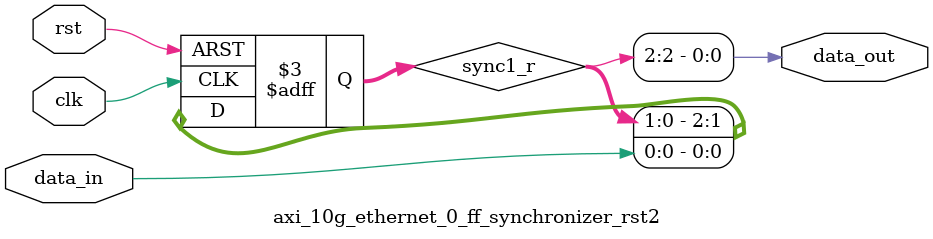
<source format=v>

`timescale 1ns / 1ps

module axi_10g_ethernet_0_ff_synchronizer_rst2 #(
  parameter   C_NUM_SYNC_REGS = 3,
  parameter   C_RVAL = 1'b0
  )
  (
    input   wire  clk,
    input   wire  rst,
    input   wire  data_in,
    output  wire  data_out
  );

(* shreg_extract = "no", ASYNC_REG = "TRUE" *) reg  [C_NUM_SYNC_REGS-1:0]    sync1_r = {C_NUM_SYNC_REGS{C_RVAL}};

  //----------------------------------------------------------------------------
  // Synchronizer
  //----------------------------------------------------------------------------
  always @(posedge clk or posedge rst) begin
    if(rst)
      sync1_r <= {C_NUM_SYNC_REGS{C_RVAL}};
    else
      sync1_r <= {sync1_r[C_NUM_SYNC_REGS-2:0], data_in};
  end

  assign data_out = sync1_r[C_NUM_SYNC_REGS-1];
endmodule

</source>
